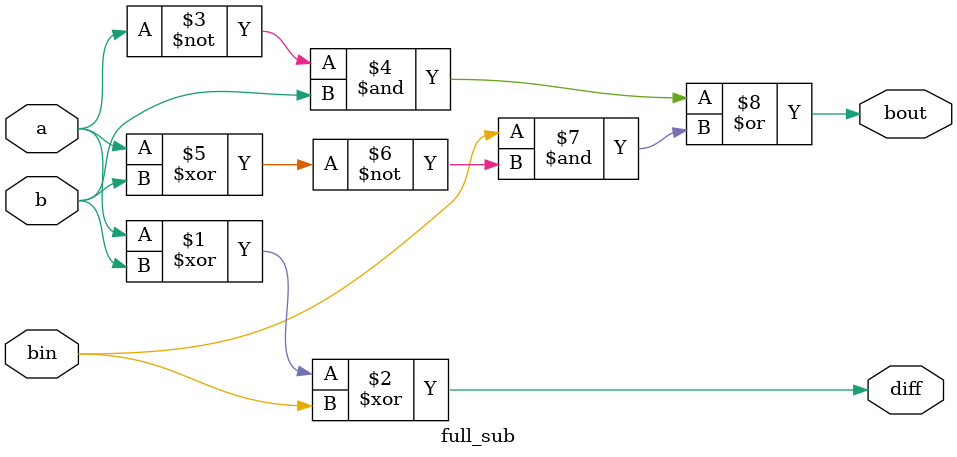
<source format=v>
module full_adder
 (input a,b,cin,output sum,cout);

assign sum = (a^b^cin);
assign cout = ((a&b)|(cin & (a^b)));

endmodule

module full_adder_using_2half_adder
 (input a,b,cin,output sum,cout);
  wire sum1,carry1,carry2;

assign sum1 = (a^b);
assign sum = (sum1^cin);
assign carry1 = (a&b);
assign carry2 = (sum1&cin);
assign cout = (carry1|carry2);

endmodule

module full_sub
 (input a,b,bin,output diff,bout);

assign diff = (a^b^bin);
assign bout = (~a & b) | (bin & ~ (a ^ b));


endmodule





</source>
